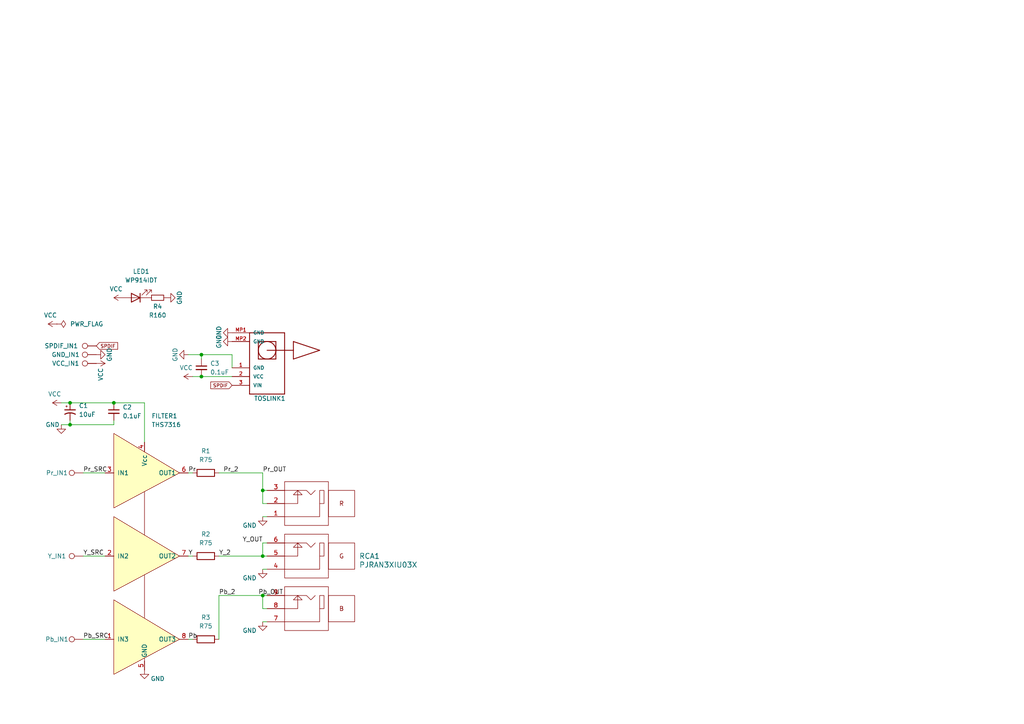
<source format=kicad_sch>
(kicad_sch (version 20211123) (generator eeschema)
  (paper "A4")
  (lib_symbols
    (symbol "Connector:TestPoint" (pin_numbers hide) (pin_names (offset 0.762) hide)
      (property "Reference" "TP" (at 0 6.858 0))
      (property "Value" "TestPoint" (at 0 5.08 0))
      (symbol "TestPoint_0_1"
        (circle (center 0 3.302) (radius 0.762))
      )
      (symbol "TestPoint_1_1"
        (pin passive line (at 0 0 90) (length 2.54) (name "1") (number "1"))
      )
    )
    (symbol "Device:C_Polarized_Small_US" (pin_numbers hide) (pin_names (offset 0.254) hide)
      (property "Reference" "C" (at 0.254 1.778 0))
      (property "Value" "C_Polarized_Small_US" (at 0.254 -2.032 0))
      (symbol "C_Polarized_Small_US_0_1"
        (polyline (pts (xy -1.524 0.508) (xy 1.524 0.508)) (stroke (width 0.3048)))
        (polyline (pts (xy -1.27 1.524) (xy -0.762 1.524)))
        (polyline (pts (xy -1.016 1.27) (xy -1.016 1.778)))
        (arc (start 1.524 -0.762) (mid 0 -0.3734) (end -1.524 -0.762) (stroke (width 0.3048)))
      )
      (symbol "C_Polarized_Small_US_1_1"
        (pin passive line (at 0 2.54 270) (length 2.032) (name "~") (number "1"))
        (pin passive line (at 0 -2.54 90) (length 2.032) (name "~") (number "2"))
      )
    )
    (symbol "Device:C_Small" (pin_numbers hide) (pin_names (offset 0.254) hide)
      (property "Reference" "C" (at 0.254 1.778 0))
      (property "Value" "C_Small" (at 0.254 -2.032 0))
      (symbol "C_Small_0_1"
        (polyline (pts (xy -1.524 -0.508) (xy 1.524 -0.508)) (stroke (width 0.3302)))
        (polyline (pts (xy -1.524 0.508) (xy 1.524 0.508)) (stroke (width 0.3048)))
      )
      (symbol "C_Small_1_1"
        (pin passive line (at 0 2.54 270) (length 2.032) (name "~") (number "1"))
        (pin passive line (at 0 -2.54 90) (length 2.032) (name "~") (number "2"))
      )
    )
    (symbol "Device:LED" (pin_numbers hide) (pin_names (offset 1.016) hide)
      (property "Reference" "D" (at 0 2.54 0))
      (property "Value" "LED" (at 0 -2.54 0))
      (symbol "LED_0_1"
        (polyline (pts (xy -1.27 -1.27) (xy -1.27 1.27)) (stroke (width 0.254)))
        (polyline (pts (xy -1.27 0) (xy 1.27 0)))
        (polyline (pts (xy 1.27 -1.27) (xy 1.27 1.27) (xy -1.27 0) (xy 1.27 -1.27)) (stroke (width 0.254)))
        (polyline (pts (xy -3.048 -0.762) (xy -4.572 -2.286) (xy -3.81 -2.286) (xy -4.572 -2.286) (xy -4.572 -1.524)))
        (polyline (pts (xy -1.778 -0.762) (xy -3.302 -2.286) (xy -2.54 -2.286) (xy -3.302 -2.286) (xy -3.302 -1.524)))
      )
      (symbol "LED_1_1"
        (pin passive line (at -3.81 0 0) (length 2.54) (name "K") (number "1"))
        (pin passive line (at 3.81 0 180) (length 2.54) (name "A") (number "2"))
      )
    )
    (symbol "Device:R" (pin_numbers hide) (pin_names (offset 0))
      (property "Reference" "R" (at 2.032 0 90))
      (property "Value" "R" (at 0 0 90))
      (symbol "R_0_1"
        (rectangle (start -1.016 -2.54) (end 1.016 2.54) (stroke (width 0.254)))
      )
      (symbol "R_1_1"
        (pin passive line (at 0 3.81 270) (length 1.27) (name "~") (number "1"))
        (pin passive line (at 0 -3.81 90) (length 1.27) (name "~") (number "2"))
      )
    )
    (symbol "Device:R_Small" (pin_numbers hide) (pin_names (offset 0.254) hide)
      (property "Reference" "R" (at 0.762 0.508 0))
      (property "Value" "R_Small" (at 0.762 -1.016 0))
      (symbol "R_Small_0_1"
        (rectangle (start -0.762 1.778) (end 0.762 -1.778) (stroke (width 0.2032)))
      )
      (symbol "R_Small_1_1"
        (pin passive line (at 0 2.54 270) (length 0.762) (name "~") (number "1"))
        (pin passive line (at 0 -2.54 90) (length 0.762) (name "~") (number "2"))
      )
    )
    (symbol "FCR684205T:FCR684208T" (pin_names (offset 1.016))
      (property "Reference" "U" (at 0 -15.24 0))
      (symbol "FCR684208T_0_0"
        (polyline (pts (xy -5.08 -12.7) (xy -5.08 5.08)) (stroke (width 0.254)))
        (polyline (pts (xy -5.08 5.08) (xy 5.08 5.08)) (stroke (width 0.254)))
        (polyline (pts (xy -2.54 -2.54) (xy -2.54 2.54)) (stroke (width 0.254)))
        (polyline (pts (xy -2.54 2.54) (xy 2.54 2.54)) (stroke (width 0.254)))
        (polyline (pts (xy 0 0) (xy 7.62 0)) (stroke (width 0.254)))
        (polyline (pts (xy 2.54 -2.54) (xy -2.54 -2.54)) (stroke (width 0.254)))
        (polyline (pts (xy 2.54 2.54) (xy 2.54 -2.54)) (stroke (width 0.254)))
        (polyline (pts (xy 5.08 -12.7) (xy -5.08 -12.7)) (stroke (width 0.254)))
        (polyline (pts (xy 5.08 5.08) (xy 5.08 -12.7)) (stroke (width 0.254)))
        (polyline (pts (xy 7.62 -2.54) (xy 7.62 0)) (stroke (width 0.254)))
        (polyline (pts (xy 7.62 0) (xy 7.62 2.54)) (stroke (width 0.254)))
        (polyline (pts (xy 7.62 2.54) (xy 15.24 0)) (stroke (width 0.254)))
        (polyline (pts (xy 15.24 0) (xy 7.62 -2.54)) (stroke (width 0.254)))
        (circle (center 0 0) (radius 2.54) (stroke (width 0.254)))
        (pin bidirectional line (at -10.16 -5.08 0) (length 5.08) (name "GND") (number "1"))
        (pin bidirectional line (at -10.16 -7.62 0) (length 5.08) (name "VCC") (number "2"))
        (pin bidirectional line (at -10.16 -10.16 0) (length 5.08) (name "VIN") (number "3"))
        (pin bidirectional line (at -10.16 5.08 0) (length 5.08) (name "GND") (number "MP1"))
        (pin bidirectional line (at -10.16 2.54 0) (length 5.08) (name "GND") (number "MP2"))
      )
    )
    (symbol "PJRAN3X1U:PJRAN3XIU03X" (pin_names (offset 1.016))
      (property "Reference" "RCA" (at 0 -26.67 0))
      (property "Value" "PJRAN3XIU03X" (at 0 25.4 0))
      (symbol "PJRAN3XIU03X_0_0"
        (text "B" (at -10.16 -15.24 0) (effects (font (size 1.27 1.27))))
        (text "G" (at -10.16 0 0) (effects (font (size 1.27 1.27))))
        (text "R" (at -10.16 15.24 0) (effects (font (size 1.27 1.27))))
      )
      (symbol "PJRAN3XIU03X_0_1"
        (rectangle (start -6.35 -11.43) (end -13.97 -19.05))
        (rectangle (start -6.35 3.81) (end -13.97 -3.81))
        (rectangle (start -6.35 19.05) (end -13.97 11.43))
        (polyline (pts (xy 6.35 -15.24) (xy 2.54 -15.24) (xy 2.54 -11.43)))
        (polyline (pts (xy 6.35 0) (xy 2.54 0) (xy 2.54 3.81)))
        (polyline (pts (xy 6.35 15.24) (xy 2.54 15.24) (xy 2.54 19.05)))
        (polyline (pts (xy 2.54 -11.43) (xy 1.27 -12.7) (xy 3.81 -12.7) (xy 2.54 -11.43)))
        (polyline (pts (xy 2.54 3.81) (xy 1.27 2.54) (xy 3.81 2.54) (xy 2.54 3.81)))
        (polyline (pts (xy 2.54 19.05) (xy 1.27 17.78) (xy 3.81 17.78) (xy 2.54 19.05)))
        (polyline (pts (xy 6.35 -11.43) (xy 0 -11.43) (xy -1.27 -12.7) (xy -2.54 -11.43)))
        (polyline (pts (xy 6.35 3.81) (xy 0 3.81) (xy -1.27 2.54) (xy -2.54 3.81)))
        (polyline (pts (xy 6.35 19.05) (xy 0 19.05) (xy -1.27 17.78) (xy -2.54 19.05)))
        (polyline (pts (xy 6.35 -19.05) (xy -3.81 -19.05) (xy -3.81 -11.43) (xy -5.08 -11.43) (xy -5.08 -15.24) (xy -3.81 -15.24)))
        (polyline (pts (xy 6.35 -3.81) (xy -3.81 -3.81) (xy -3.81 3.81) (xy -5.08 3.81) (xy -5.08 0) (xy -3.81 0)))
        (polyline (pts (xy 6.35 11.43) (xy -3.81 11.43) (xy -3.81 19.05) (xy -5.08 19.05) (xy -5.08 15.24) (xy -3.81 15.24)))
        (rectangle (start 6.35 -8.89) (end -6.35 -21.59))
        (rectangle (start 6.35 6.35) (end -6.35 -6.35))
        (rectangle (start 6.35 21.59) (end -6.35 8.89))
      )
      (symbol "PJRAN3XIU03X_1_1"
        (pin input line (at 11.43 11.43 180) (length 5.08) (name "~") (number "1"))
        (pin input line (at 11.43 15.24 180) (length 5.08) (name "~") (number "2"))
        (pin input line (at 11.43 19.05 180) (length 5.08) (name "~") (number "3"))
        (pin input line (at 11.43 -3.81 180) (length 5.08) (name "~") (number "4"))
        (pin input line (at 11.43 0 180) (length 5.08) (name "~") (number "5"))
        (pin input line (at 11.43 3.81 180) (length 5.08) (name "~") (number "6"))
        (pin input line (at 11.43 -19.05 180) (length 5.08) (name "~") (number "7"))
        (pin input line (at 11.43 -15.24 180) (length 5.08) (name "~") (number "8"))
        (pin input line (at 11.43 -11.43 180) (length 5.08) (name "~") (number "9"))
      )
    )
    (symbol "THS7316:THS7316" (pin_names (offset 1.016))
      (property "Reference" "FILTER" (at 0 46.99 0))
      (property "Value" "THS7316" (at 0 -30.48 0))
      (property "JLCPCB Part Number" "C2678439" (at 0 0 0))
      (symbol "THS7316_0_1"
        (polyline (pts (xy 0 -21.59) (xy 0 -20.701)))
        (polyline (pts (xy 0 3.429) (xy 0 -9.017)))
        (polyline (pts (xy 0 27.559) (xy 0 14.986)))
        (polyline (pts (xy 0 39.116) (xy 0 39.37)))
        (polyline (pts (xy -8.89 -3.81) (xy 10.16 -15.24) (xy -8.89 -25.4) (xy -8.89 -3.81)) (fill (type background)))
        (polyline (pts (xy -8.89 20.32) (xy 10.16 8.89) (xy -8.89 -1.27) (xy -8.89 20.32)) (fill (type background)))
        (polyline (pts (xy -8.89 44.45) (xy 10.16 33.02) (xy -8.89 22.86) (xy -8.89 44.45)) (fill (type background)))
      )
      (symbol "THS7316_1_1"
        (pin input line (at -11.43 -15.24 0) (length 2.54) (name "IN3") (number "1"))
        (pin input line (at -11.43 8.89 0) (length 2.54) (name "IN2") (number "2"))
        (pin input line (at -11.43 33.02 0) (length 2.54) (name "IN1") (number "3"))
        (pin power_in line (at 0 41.91 270) (length 2.54) (name "Vcc") (number "4"))
        (pin power_out line (at 0 -24.13 90) (length 2.54) (name "GND") (number "5"))
        (pin output line (at 12.7 33.02 180) (length 2.54) (name "OUT1") (number "6"))
        (pin output line (at 12.7 8.89 180) (length 2.54) (name "OUT2") (number "7"))
        (pin output line (at 12.7 -15.24 180) (length 2.54) (name "OUT3") (number "8"))
      )
    )
    (symbol "power:GND" (power) (pin_names (offset 0))
      (property "Value" "GND" (at 0 -3.81 0))
      (symbol "GND_0_1"
        (polyline (pts (xy 0 0) (xy 0 -1.27) (xy 1.27 -1.27) (xy 0 -2.54) (xy -1.27 -1.27) (xy 0 -1.27)))
      )
      (symbol "GND_1_1"
        (pin power_in line (at 0 0 270) (length 0) hide (name "GND") (number "1"))
      )
    )
    (symbol "power:PWR_FLAG" (power) (pin_numbers hide) (pin_names (offset 0) hide)
      (property "Value" "PWR_FLAG" (at 0 3.81 0))
      (symbol "PWR_FLAG_0_0"
        (pin power_out line (at 0 0 90) (length 0) (name "pwr") (number "1"))
      )
      (symbol "PWR_FLAG_0_1"
        (polyline (pts (xy 0 0) (xy 0 1.27) (xy -1.016 1.905) (xy 0 2.54) (xy 1.016 1.905) (xy 0 1.27)))
      )
    )
    (symbol "power:VCC" (power) (pin_names (offset 0))
      (property "Value" "VCC" (at 0 3.81 0))
      (symbol "VCC_0_1"
        (polyline (pts (xy -0.762 1.27) (xy 0 2.54)))
        (polyline (pts (xy 0 0) (xy 0 2.54)))
        (polyline (pts (xy 0 2.54) (xy 0.762 1.27)))
      )
      (symbol "VCC_1_1"
        (pin power_in line (at 0 0 90) (length 0) hide (name "VCC") (number "1"))
      )
    )
  )
  (junction (at 33.02 116.84))
  (junction (at 20.32 116.84))
  (junction (at 58.42 102.87))
  (junction (at 76.2 142.24))
  (junction (at 76.2 172.72))
  (junction (at 20.32 123.19))
  (junction (at 76.2 161.29))
  (junction (at 58.42 109.22))
  (wire (pts (xy 76.2 161.29) (xy 77.47 161.29)))
  (wire (pts (xy 76.2 142.24) (xy 76.2 146.05)))
  (wire (pts (xy 20.32 121.92) (xy 20.32 123.19)))
  (wire (pts (xy 63.5 161.29) (xy 76.2 161.29)))
  (wire (pts (xy 54.61 102.87) (xy 58.42 102.87)))
  (wire (pts (xy 58.42 109.22) (xy 67.31 109.22)))
  (wire (pts (xy 76.2 161.29) (xy 76.2 157.48)))
  (wire (pts (xy 63.5 185.42) (xy 63.5 172.72)))
  (wire (pts (xy 63.5 137.16) (xy 76.2 137.16)))
  (wire (pts (xy 55.88 109.22) (xy 58.42 109.22)))
  (wire (pts (xy 76.2 176.53) (xy 77.47 176.53)))
  (wire (pts (xy 41.91 116.84) (xy 33.02 116.84)))
  (wire (pts (xy 76.2 149.86) (xy 77.47 149.86)))
  (wire (pts (xy 76.2 157.48) (xy 77.47 157.48)))
  (wire (pts (xy 17.78 116.84) (xy 20.32 116.84)))
  (wire (pts (xy 20.32 116.84) (xy 33.02 116.84)))
  (wire (pts (xy 24.13 185.42) (xy 30.48 185.42)))
  (wire (pts (xy 76.2 180.34) (xy 77.47 180.34)))
  (wire (pts (xy 76.2 165.1) (xy 77.47 165.1)))
  (wire (pts (xy 76.2 172.72) (xy 77.47 172.72)))
  (wire (pts (xy 33.02 121.92) (xy 33.02 123.19)))
  (wire (pts (xy 54.61 185.42) (xy 55.88 185.42)))
  (wire (pts (xy 63.5 172.72) (xy 76.2 172.72)))
  (wire (pts (xy 17.78 123.19) (xy 20.32 123.19)))
  (wire (pts (xy 76.2 142.24) (xy 76.2 137.16)))
  (wire (pts (xy 77.47 142.24) (xy 76.2 142.24)))
  (wire (pts (xy 54.61 161.29) (xy 55.88 161.29)))
  (wire (pts (xy 24.13 161.29) (xy 30.48 161.29)))
  (wire (pts (xy 58.42 102.87) (xy 67.31 102.87)))
  (wire (pts (xy 41.91 116.84) (xy 41.91 128.27)))
  (wire (pts (xy 76.2 172.72) (xy 76.2 176.53)))
  (wire (pts (xy 24.13 137.16) (xy 30.48 137.16)))
  (wire (pts (xy 54.61 137.16) (xy 55.88 137.16)))
  (wire (pts (xy 76.2 146.05) (xy 77.47 146.05)))
  (wire (pts (xy 20.32 123.19) (xy 33.02 123.19)))
  (wire (pts (xy 67.31 102.87) (xy 67.31 106.68)))
  (wire (pts (xy 58.42 102.87) (xy 58.42 104.14)))
  (label "Pr_OUT" (at 76.2 137.16 0))
  (label "Y_SRC" (at 24.13 161.29 0))
  (label "Pr" (at 54.61 137.16 0))
  (label "Y_OUT" (at 76.2 157.48 180))
  (label "Pb_OUT" (at 74.93 172.72 0))
  (label "Y" (at 54.61 161.29 0))
  (label "Pr_2" (at 64.77 137.16 0))
  (label "Pb_SRC" (at 24.13 185.42 0))
  (label "Pb" (at 54.61 185.42 0))
  (label "Pr_SRC" (at 24.13 137.16 0))
  (label "Pb_2" (at 63.5 172.72 0))
  (label "Y_2" (at 63.5 161.29 0))
  (global_label "SPDIF" (shape input) (at 27.94 100.33 0) (effects (font (size 1 1))) (property "Intersheet References" "${INTERSHEET_REFS}" (effects hide)))
  (global_label "SPDIF" (shape input) (at 67.31 111.76 180) (effects (font (size 1 1))) (property "Intersheet References" "${INTERSHEET_REFS}" (effects hide)))
  (symbol (lib_id "Device:R") (at 59.69 137.16 90) (unit 1)
    (property "Reference" "R1" (at 59.69 130.81 90))
    (property "Value" "R75" (at 59.69 133.35 90))
    (property "Footprint" "Resistor_SMD:R_0805_2012Metric_Pad1.20x1.40mm_HandSolder" (effects hide))
    (property "Manufacturer Part Number" "CR0805-FX-75R0ELF" (effects hide))
    (property "Digi-Key Part Number" "CR0805-FX-75R0ELFCT-ND" (effects hide))
    (property "Mouser Part Number" "652-CR0805FX-75R0ELF" (effects hide))
    (property "JLCPCB Part Number" "C413262" (effects hide))
  )
  (symbol (lib_id "power:GND") (at 41.91 194.31 0) (unit 1)
    (property "Reference" "#PWR0104" (effects hide))
    (property "Value" "GND" (at 45.72 196.85 0))
  )
  (symbol (lib_id "power:GND") (at 27.94 102.87 90) (unit 1)
    (property "Reference" "#PWR0117" (effects hide))
    (property "Value" "GND" (at 31.75 102.87 0))
  )
  (symbol (lib_id "power:GND") (at 17.78 123.19 0) (unit 1)
    (property "Reference" "#PWR0108" (effects hide))
    (property "Value" "GND" (at 15.24 123.19 0))
  )
  (symbol (lib_id "power:GND") (at 48.26 86.36 90) (unit 1)
    (property "Reference" "#PWR0111" (effects hide))
    (property "Value" "GND" (at 52.07 86.36 0))
  )
  (symbol (lib_id "power:GND") (at 67.31 96.52 270) (unit 1)
    (property "Reference" "#PWR0106" (effects hide))
    (property "Value" "GND" (at 63.5 96.52 0))
  )
  (symbol (lib_id "Device:C_Small") (at 58.42 106.68 0) (unit 1)
    (property "Reference" "C3" (at 60.96 105.4162 0) (effects (justify left)))
    (property "Value" "0.1uF" (at 60.96 107.9562 0) (effects (justify left)))
    (property "Footprint" "Capacitor_SMD:C_0805_2012Metric_Pad1.18x1.45mm_HandSolder" (effects hide))
    (property "Manufacturer Part Number" "CL21B104KCFNNNE" (effects hide))
    (property "Digi-Key Part Number" "1276-6840-1-ND" (effects hide))
    (property "Mouser Part Number" "187-CL21B104KCFNNNE" (effects hide))
    (property "JLCPCB Part Number" "C28233" (effects hide))
  )
  (symbol (lib_id "Device:R_Small") (at 45.72 86.36 90) (unit 1)
    (property "Reference" "R4" (at 45.72 88.9 90))
    (property "Value" "R160" (at 45.72 91.44 90))
    (property "Footprint" "Resistor_SMD:R_0805_2012Metric_Pad1.20x1.40mm_HandSolder" (effects hide))
    (property "Manufacturer Part Number" "CR0805-FX-1600ELF" (effects hide))
    (property "Digi-Key Part Number" "118-CR0805-FX-1600ELFCT-ND" (effects hide))
    (property "Mouser Part Number" "652-CR0805FX-1600ELF" (effects hide))
    (property "JLCPCB Part Number" "C413266" (effects hide))
  )
  (symbol (lib_id "power:VCC") (at 35.56 86.36 90) (mirror x) (unit 1) (in_bom no)
    (property "Reference" "#PWR0112" (effects hide))
    (property "Value" "VCC" (at 31.75 83.82 90) (effects (justify right)))
  )
  (symbol (lib_id "Connector:TestPoint") (at 24.13 185.42 90) (mirror x) (unit 1)
    (property "Reference" "Pb_IN1" (at 16.51 185.42 90))
    (property "Value" "Pr_IN" (effects hide))
    (property "Footprint" "TestPoint:TestPoint_Pad_D2.5mm" (effects hide))
  )
  (symbol (lib_id "THS7316:THS7316") (at 41.91 170.18 0) (unit 1)
    (property "Reference" "FILTER1" (at 43.9294 120.65 0) (effects (justify left)))
    (property "Value" "THS7316" (at 43.9294 123.19 0) (effects (justify left)))
    (property "Footprint" "CatponentX:THS7316" (effects hide))
    (property "Datasheet" "https://www.ti.com/general/docs/suppproductinfo.tsp?distId=10&gotoUrl=https%3A%2F%2Fwww.ti.com%2Flit%2Fgpn%2Fths7316" (effects hide))
    (property "Manufacturer Part Number" "THS7316DR" (effects hide))
    (property "Digi-Key Part Number" "296-26684-1-ND" (effects hide))
    (property "Mouser Part Number" "595-THS7316DR" (effects hide))
    (property "JLCPCB Part Number" "C2678439" (effects hide))
  )
  (symbol (lib_id "Device:LED") (at 39.37 86.36 180) (unit 1)
    (property "Reference" "LED1" (at 40.9575 78.74 0))
    (property "Value" "WP914IDT" (at 40.9575 81.28 0))
    (property "Footprint" "LED_THT:LED_D3.0mm" (effects hide))
    (property "Manufacturer Part Number" "WP914IDT" (effects hide))
    (property "Digi-Key Part Number" "754-1901-ND" (effects hide))
    (property "Mouser Part Number" "604-WP914IDT" (effects hide))
  )
  (symbol (lib_id "power:GND") (at 67.31 99.06 270) (unit 1)
    (property "Reference" "#PWR0109" (effects hide))
    (property "Value" "GND" (at 63.5 99.06 0))
  )
  (symbol (lib_id "Connector:TestPoint") (at 27.94 102.87 90) (mirror x) (unit 1) (in_bom no)
    (property "Reference" "GND_IN1" (at 19.05 102.87 90))
    (property "Value" "Y_IN" (effects hide))
    (property "Footprint" "TestPoint:TestPoint_Pad_D2.5mm" (effects hide))
  )
  (symbol (lib_id "Connector:TestPoint") (at 24.13 161.29 90) (mirror x) (unit 1)
    (property "Reference" "Y_IN1" (at 16.51 161.29 90))
    (property "Value" "Pb_IN" (effects hide))
    (property "Footprint" "TestPoint:TestPoint_Pad_D2.5mm" (effects hide))
  )
  (symbol (lib_id "Connector:TestPoint") (at 27.94 100.33 90) (mirror x) (unit 1) (in_bom no)
    (property "Reference" "SPDIF_IN1" (at 17.78 100.33 90))
    (property "Value" "Y_IN" (effects hide))
    (property "Footprint" "TestPoint:TestPoint_Pad_D2.5mm" (effects hide))
  )
  (symbol (lib_id "power:VCC") (at 17.78 116.84 90) (mirror x) (unit 1)
    (property "Reference" "#PWR0107" (effects hide))
    (property "Value" "VCC" (at 17.78 114.3 90) (effects (justify left)))
  )
  (symbol (lib_id "Device:C_Polarized_Small_US") (at 20.32 119.38 0) (unit 1)
    (property "Reference" "C1" (at 22.86 117.6781 0) (effects (justify left)))
    (property "Value" "10uF" (at 22.86 120.2181 0) (effects (justify left)))
    (property "Footprint" "Capacitor_SMD:CP_Elec_5x5.8" (effects hide))
    (property "Manufacturer Part Number" "UCL1C100MCL1GS" (effects hide))
    (property "Digi-Key Part Number" "493-3913-1-ND" (effects hide))
    (property "Mouser Part Number" "647-UCL1C100MCL1GS" (effects hide))
    (property "JLCPCB Part Number" "C445463" (effects hide))
  )
  (symbol (lib_id "power:VCC") (at 55.88 109.22 90) (mirror x) (unit 1) (in_bom no)
    (property "Reference" "#PWR0101" (effects hide))
    (property "Value" "VCC" (at 52.07 106.68 90) (effects (justify right)))
  )
  (symbol (lib_id "FCR684205T:FCR684208T") (at 77.47 101.6 0) (unit 1)
    (property "Reference" "TOSLINK1" (at 73.66 115.57 0) (effects (justify left)))
    (property "Value" "FCR684208T" (effects hide))
    (property "Footprint" "CatponentX:FCR684205T" (effects hide))
  )
  (symbol (lib_id "PJRAN3X1U:PJRAN3XIU03X") (at 88.9 161.29 0) (mirror y) (unit 1)
    (property "Reference" "RCA1" (at 104.14 161.29 0) (effects (font (size 1.524 1.524)) (justify right)))
    (property "Value" "PJRAN3XIU03X" (at 104.14 163.83 0) (effects (font (size 1.524 1.524)) (justify right)))
    (property "Footprint" "CatponentX:PJRAN3X1U" (effects hide))
    (property "Manufacturer Part Number" "PJRAN3X1U03X" (effects hide))
    (property "Digi-Key Part Number" "SC1854-ND" (effects hide))
    (property "Mouser Part Number" "502-PJRAN3X1U03X" (effects hide))
  )
  (symbol (lib_id "power:PWR_FLAG") (at 16.51 93.98 270) (unit 1) (in_bom no)
    (property "Reference" "#FLG0101" (effects hide))
    (property "Value" "PWR_FLAG" (at 20.32 93.98 90) (effects (justify left)))
  )
  (symbol (lib_id "power:GND") (at 76.2 149.86 0) (unit 1)
    (property "Reference" "#PWR0105" (effects hide))
    (property "Value" "GND" (at 72.39 152.4 0))
  )
  (symbol (lib_id "Device:R") (at 59.69 185.42 90) (unit 1)
    (property "Reference" "R3" (at 59.69 179.07 90))
    (property "Value" "R75" (at 59.69 181.61 90))
    (property "Footprint" "Resistor_SMD:R_0805_2012Metric_Pad1.20x1.40mm_HandSolder" (effects hide))
    (property "Manufacturer Part Number" "CR0805-FX-75R0ELF" (effects hide))
    (property "Digi-Key Part Number" "CR0805-FX-75R0ELFCT-ND" (effects hide))
    (property "Mouser Part Number" "652-CR0805FX-75R0ELF" (effects hide))
    (property "JLCPCB Part Number" "C413262" (effects hide))
  )
  (symbol (lib_id "Device:C_Small") (at 33.02 119.38 0) (unit 1)
    (property "Reference" "C2" (at 35.56 118.1162 0) (effects (justify left)))
    (property "Value" "0.1uF" (at 35.56 120.6562 0) (effects (justify left)))
    (property "Footprint" "Capacitor_SMD:C_0805_2012Metric_Pad1.18x1.45mm_HandSolder" (effects hide))
    (property "Manufacturer Part Number" "CL21B104KCFNNNE" (effects hide))
    (property "Digi-Key Part Number" "1276-6840-1-ND" (effects hide))
    (property "Mouser Part Number" "187-CL21B104KCFNNNE" (effects hide))
    (property "JLCPCB Part Number" "C28233" (effects hide))
  )
  (symbol (lib_id "power:GND") (at 54.61 102.87 270) (unit 1)
    (property "Reference" "#PWR0110" (effects hide))
    (property "Value" "GND" (at 50.8 102.87 0))
  )
  (symbol (lib_id "power:VCC") (at 27.94 105.41 270) (mirror x) (unit 1)
    (property "Reference" "#PWR0115" (effects hide))
    (property "Value" "VCC" (at 29.21 106.68 0) (effects (justify right)))
  )
  (symbol (lib_id "power:VCC") (at 16.51 93.98 90) (mirror x) (unit 1) (in_bom no)
    (property "Reference" "#PWR0116" (effects hide))
    (property "Value" "VCC" (at 12.7 91.44 90) (effects (justify right)))
  )
  (symbol (lib_id "Connector:TestPoint") (at 27.94 105.41 90) (mirror x) (unit 1) (in_bom no)
    (property "Reference" "VCC_IN1" (at 19.05 105.41 90))
    (property "Value" "Y_IN" (effects hide))
    (property "Footprint" "TestPoint:TestPoint_Pad_D2.5mm" (effects hide))
  )
  (symbol (lib_id "Device:R") (at 59.69 161.29 90) (unit 1)
    (property "Reference" "R2" (at 59.69 154.94 90))
    (property "Value" "R75" (at 59.69 157.48 90))
    (property "Footprint" "Resistor_SMD:R_0805_2012Metric_Pad1.20x1.40mm_HandSolder" (effects hide))
    (property "Manufacturer Part Number" "CR0805-FX-75R0ELF" (effects hide))
    (property "Digi-Key Part Number" "CR0805-FX-75R0ELFCT-ND" (effects hide))
    (property "Mouser Part Number" "652-CR0805FX-75R0ELF" (effects hide))
    (property "JLCPCB Part Number" "C413262" (effects hide))
  )
  (symbol (lib_id "power:GND") (at 76.2 180.34 0) (unit 1)
    (property "Reference" "#PWR0102" (effects hide))
    (property "Value" "GND" (at 72.39 182.88 0))
  )
  (symbol (lib_id "Connector:TestPoint") (at 24.13 137.16 90) (mirror x) (unit 1)
    (property "Reference" "Pr_IN1" (at 16.51 137.16 90))
    (property "Value" "Y_IN" (effects hide))
    (property "Footprint" "TestPoint:TestPoint_Pad_D2.5mm" (effects hide))
  )
  (symbol (lib_id "power:GND") (at 76.2 165.1 0) (unit 1)
    (property "Reference" "#PWR0103" (effects hide))
    (property "Value" "GND" (at 72.39 167.64 0))
  )
)
</source>
